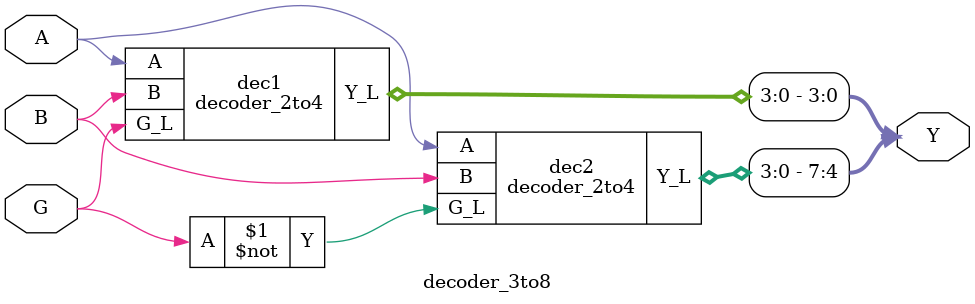
<source format=v>
`timescale 1ns / 1ns

module decoder_2to4(G_L, A, B, Y_L);
    input G_L, A, B;
    output [3:0] Y_L;
    wire G;
    wire [1:0] S;
    reg [3:0] Y;

    assign G = ~G_L;
    assign Y_L = Y;
    assign S = {B,A};

    always @(G or S) 
        begin
            if(G==1)
                begin   
                    case(S)
                        2'b00 : Y = 4'b0001;
                        2'b01 : Y = 4'b0010;
                        2'b10 : Y = 4'b0100;
                        2'b11 : Y = 4'b1000;
                        default : Y = 4'b0000;
                    endcase
                end
            else
                begin
                    Y = 4'b0000;
                end
    end
endmodule

module decoder_3to8(
    input G,A,B,
    output [7:0] Y
);

    decoder_2to4 dec1 (.G_L(G), .A(A), .B(B), .Y_L(Y[3:0]));
    decoder_2to4 dec2 (.G_L(~G), .A(A), .B(B), .Y_L(Y[7:4]));
    initial begin
        $dumpfile("decoder_3_8.vcd");
        $dumpvars(0, tb_decoder);
    end
endmodule

// iverilog -o decoder_3_8 tb_decoder.v decoder_3_8.v
// vvp decoder_3_8 -vcd
// open -a gtkwave decoder_3_8.vcd
</source>
